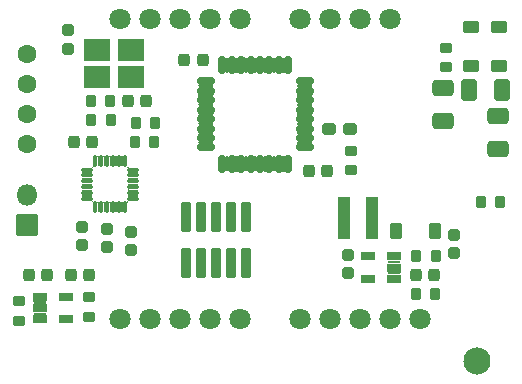
<source format=gbr>
%TF.GenerationSoftware,KiCad,Pcbnew,6.0.6-1.fc35*%
%TF.CreationDate,2022-07-26T21:01:35+02:00*%
%TF.ProjectId,Nixiewatch,4e697869-6577-4617-9463-682e6b696361,rev?*%
%TF.SameCoordinates,Original*%
%TF.FileFunction,Soldermask,Bot*%
%TF.FilePolarity,Negative*%
%FSLAX46Y46*%
G04 Gerber Fmt 4.6, Leading zero omitted, Abs format (unit mm)*
G04 Created by KiCad (PCBNEW 6.0.6-1.fc35) date 2022-07-26 21:01:35*
%MOMM*%
%LPD*%
G01*
G04 APERTURE LIST*
G04 Aperture macros list*
%AMRoundRect*
0 Rectangle with rounded corners*
0 $1 Rounding radius*
0 $2 $3 $4 $5 $6 $7 $8 $9 X,Y pos of 4 corners*
0 Add a 4 corners polygon primitive as box body*
4,1,4,$2,$3,$4,$5,$6,$7,$8,$9,$2,$3,0*
0 Add four circle primitives for the rounded corners*
1,1,$1+$1,$2,$3*
1,1,$1+$1,$4,$5*
1,1,$1+$1,$6,$7*
1,1,$1+$1,$8,$9*
0 Add four rect primitives between the rounded corners*
20,1,$1+$1,$2,$3,$4,$5,0*
20,1,$1+$1,$4,$5,$6,$7,0*
20,1,$1+$1,$6,$7,$8,$9,0*
20,1,$1+$1,$8,$9,$2,$3,0*%
G04 Aperture macros list end*
%ADD10C,1.802000*%
%ADD11C,1.602000*%
%ADD12RoundRect,0.251000X-0.275000X0.200000X-0.275000X-0.200000X0.275000X-0.200000X0.275000X0.200000X0*%
%ADD13RoundRect,0.051000X0.850000X0.850000X-0.850000X0.850000X-0.850000X-0.850000X0.850000X-0.850000X0*%
%ADD14O,1.802000X1.802000*%
%ADD15C,2.302000*%
%ADD16RoundRect,0.276000X-0.225000X-0.250000X0.225000X-0.250000X0.225000X0.250000X-0.225000X0.250000X0*%
%ADD17RoundRect,0.251000X0.275000X-0.200000X0.275000X0.200000X-0.275000X0.200000X-0.275000X-0.200000X0*%
%ADD18RoundRect,0.051000X-0.530000X-0.325000X0.530000X-0.325000X0.530000X0.325000X-0.530000X0.325000X0*%
%ADD19RoundRect,0.276000X-0.250000X0.225000X-0.250000X-0.225000X0.250000X-0.225000X0.250000X0.225000X0*%
%ADD20RoundRect,0.276000X0.225000X0.250000X-0.225000X0.250000X-0.225000X-0.250000X0.225000X-0.250000X0*%
%ADD21RoundRect,0.051000X0.450000X0.600000X-0.450000X0.600000X-0.450000X-0.600000X0.450000X-0.600000X0*%
%ADD22RoundRect,0.051000X-0.490000X-1.700000X0.490000X-1.700000X0.490000X1.700000X-0.490000X1.700000X0*%
%ADD23RoundRect,0.251000X0.200000X0.275000X-0.200000X0.275000X-0.200000X-0.275000X0.200000X-0.275000X0*%
%ADD24RoundRect,0.251000X-0.200000X-0.275000X0.200000X-0.275000X0.200000X0.275000X-0.200000X0.275000X0*%
%ADD25RoundRect,0.051000X0.530000X0.325000X-0.530000X0.325000X-0.530000X-0.325000X0.530000X-0.325000X0*%
%ADD26RoundRect,0.051000X0.370000X-1.200000X0.370000X1.200000X-0.370000X1.200000X-0.370000X-1.200000X0*%
%ADD27RoundRect,0.276000X0.250000X-0.225000X0.250000X0.225000X-0.250000X0.225000X-0.250000X-0.225000X0*%
%ADD28RoundRect,0.288500X0.287500X0.237500X-0.287500X0.237500X-0.287500X-0.237500X0.287500X-0.237500X0*%
%ADD29RoundRect,0.051000X-1.050000X-0.900000X1.050000X-0.900000X1.050000X0.900000X-1.050000X0.900000X0*%
%ADD30RoundRect,0.126000X0.350000X0.075000X-0.350000X0.075000X-0.350000X-0.075000X0.350000X-0.075000X0*%
%ADD31RoundRect,0.126000X0.075000X-0.350000X0.075000X0.350000X-0.075000X0.350000X-0.075000X-0.350000X0*%
%ADD32RoundRect,0.176000X-0.125000X0.625000X-0.125000X-0.625000X0.125000X-0.625000X0.125000X0.625000X0*%
%ADD33RoundRect,0.176000X-0.625000X0.125000X-0.625000X-0.125000X0.625000X-0.125000X0.625000X0.125000X0*%
%ADD34RoundRect,0.051000X-0.600000X0.450000X-0.600000X-0.450000X0.600000X-0.450000X0.600000X0.450000X0*%
%ADD35RoundRect,0.051000X0.600000X-0.450000X0.600000X0.450000X-0.600000X0.450000X-0.600000X-0.450000X0*%
%ADD36RoundRect,0.301000X0.375000X0.625000X-0.375000X0.625000X-0.375000X-0.625000X0.375000X-0.625000X0*%
%ADD37RoundRect,0.301000X-0.625000X0.375000X-0.625000X-0.375000X0.625000X-0.375000X0.625000X0.375000X0*%
G04 APERTURE END LIST*
D10*
%TO.C,IC2*%
X79492001Y-60794000D03*
X82032001Y-60794000D03*
X84572001Y-60794000D03*
X87112001Y-60794000D03*
X89652001Y-60794000D03*
X94732001Y-60794000D03*
X97272001Y-60794000D03*
X99812001Y-60794000D03*
X102352001Y-60794000D03*
X104892001Y-60794000D03*
X102352001Y-35394000D03*
X99812001Y-35394000D03*
X97272001Y-35394000D03*
X94732001Y-35394000D03*
X89652001Y-35394000D03*
X87112001Y-35394000D03*
X84572001Y-35394000D03*
X82032001Y-35394000D03*
X79492001Y-35394000D03*
%TD*%
D11*
%TO.C,TP4*%
X71628000Y-38354000D03*
%TD*%
%TO.C,TP3*%
X71628000Y-45974000D03*
%TD*%
%TO.C,TP2*%
X71628000Y-43434000D03*
%TD*%
%TO.C,TP1*%
X71628000Y-40894000D03*
%TD*%
D12*
%TO.C,R6*%
X70900000Y-59250000D03*
X70900000Y-60900000D03*
%TD*%
D13*
%TO.C,J1*%
X71600000Y-52775000D03*
D14*
X71600000Y-50235000D03*
%TD*%
D15*
%TO.C,H1*%
X109684500Y-64334500D03*
%TD*%
D16*
%TO.C,C8*%
X75295500Y-57040500D03*
X76845500Y-57040500D03*
%TD*%
%TO.C,C9*%
X71739500Y-57040500D03*
X73289500Y-57040500D03*
%TD*%
D17*
%TO.C,R8*%
X76832500Y-60546500D03*
X76832500Y-58896500D03*
%TD*%
D18*
%TO.C,U1*%
X72684500Y-60784500D03*
X72684500Y-59834500D03*
X72684500Y-58884500D03*
X74884500Y-58884500D03*
X74884500Y-60784500D03*
%TD*%
D19*
%TO.C,C10*%
X98800000Y-55325000D03*
X98800000Y-56875000D03*
%TD*%
D20*
%TO.C,C13*%
X106100000Y-57000000D03*
X104550000Y-57000000D03*
%TD*%
D19*
%TO.C,C14*%
X107800000Y-53625000D03*
X107800000Y-55175000D03*
%TD*%
D21*
%TO.C,D5*%
X106150000Y-53300000D03*
X102850000Y-53300000D03*
%TD*%
D22*
%TO.C,L2*%
X98415000Y-52200000D03*
X100785000Y-52200000D03*
%TD*%
D23*
%TO.C,R10*%
X106225000Y-55400000D03*
X104575000Y-55400000D03*
%TD*%
D24*
%TO.C,R11*%
X104500000Y-58600000D03*
X106150000Y-58600000D03*
%TD*%
D25*
%TO.C,U2*%
X102700000Y-55450000D03*
X102700000Y-56400000D03*
X102700000Y-57350000D03*
X100500000Y-57350000D03*
X100500000Y-55450000D03*
%TD*%
D26*
%TO.C,J5*%
X90170000Y-56052000D03*
X90170000Y-52152000D03*
X88900000Y-56052000D03*
X88900000Y-52152000D03*
X87630000Y-56052000D03*
X87630000Y-52152000D03*
X86360000Y-56052000D03*
X86360000Y-52152000D03*
X85090000Y-56052000D03*
X85090000Y-52152000D03*
%TD*%
D19*
%TO.C,C23*%
X76240000Y-52947000D03*
X76240000Y-54497000D03*
%TD*%
D20*
%TO.C,C24*%
X77139000Y-45794000D03*
X75589000Y-45794000D03*
%TD*%
D16*
%TO.C,C20*%
X80125000Y-42300000D03*
X81675000Y-42300000D03*
%TD*%
D27*
%TO.C,C19*%
X75100000Y-37875000D03*
X75100000Y-36325000D03*
%TD*%
D19*
%TO.C,C21*%
X80428000Y-53401000D03*
X80428000Y-54951000D03*
%TD*%
%TO.C,C22*%
X78396000Y-53147000D03*
X78396000Y-54697000D03*
%TD*%
D28*
%TO.C,D6*%
X98919000Y-44704000D03*
X97169000Y-44704000D03*
%TD*%
D17*
%TO.C,R14*%
X99060000Y-48182000D03*
X99060000Y-46532000D03*
%TD*%
D23*
%TO.C,R12*%
X82382000Y-45794000D03*
X80732000Y-45794000D03*
%TD*%
D29*
%TO.C,Y1*%
X77550000Y-37950000D03*
X80450000Y-37950000D03*
X80450000Y-40250000D03*
X77550000Y-40250000D03*
%TD*%
D30*
%TO.C,U5*%
X80600000Y-48100000D03*
X80600000Y-48600000D03*
X80600000Y-49100000D03*
X80600000Y-49600000D03*
X80600000Y-50100000D03*
X80600000Y-50600000D03*
D31*
X79900000Y-51300000D03*
X79400000Y-51300000D03*
X78900000Y-51300000D03*
X78400000Y-51300000D03*
X77900000Y-51300000D03*
X77400000Y-51300000D03*
D30*
X76700000Y-50600000D03*
X76700000Y-50100000D03*
X76700000Y-49600000D03*
X76700000Y-49100000D03*
X76700000Y-48600000D03*
X76700000Y-48100000D03*
D31*
X77400000Y-47400000D03*
X77900000Y-47400000D03*
X78400000Y-47400000D03*
X78900000Y-47400000D03*
X79400000Y-47400000D03*
X79900000Y-47400000D03*
%TD*%
D16*
%TO.C,C15*%
X95491000Y-48260000D03*
X97041000Y-48260000D03*
%TD*%
D20*
%TO.C,C16*%
X86486000Y-38862000D03*
X84936000Y-38862000D03*
%TD*%
D32*
%TO.C,U6*%
X88132000Y-39259000D03*
X88932000Y-39259000D03*
X89732000Y-39259000D03*
X90532000Y-39259000D03*
X91332000Y-39259000D03*
X92132000Y-39259000D03*
X92932000Y-39259000D03*
X93732000Y-39259000D03*
D33*
X95107000Y-40634000D03*
X95107000Y-41434000D03*
X95107000Y-42234000D03*
X95107000Y-43034000D03*
X95107000Y-43834000D03*
X95107000Y-44634000D03*
X95107000Y-45434000D03*
X95107000Y-46234000D03*
D32*
X93732000Y-47609000D03*
X92932000Y-47609000D03*
X92132000Y-47609000D03*
X91332000Y-47609000D03*
X90532000Y-47609000D03*
X89732000Y-47609000D03*
X88932000Y-47609000D03*
X88132000Y-47609000D03*
D33*
X86757000Y-46234000D03*
X86757000Y-45434000D03*
X86757000Y-44634000D03*
X86757000Y-43834000D03*
X86757000Y-43034000D03*
X86757000Y-42234000D03*
X86757000Y-41434000D03*
X86757000Y-40634000D03*
%TD*%
D34*
%TO.C,D2*%
X109200000Y-36050000D03*
X109200000Y-39350000D03*
%TD*%
D35*
%TO.C,D3*%
X111600000Y-39350000D03*
X111600000Y-36050000D03*
%TD*%
D36*
%TO.C,C6*%
X111800000Y-41400000D03*
X109000000Y-41400000D03*
%TD*%
D37*
%TO.C,C7*%
X106800000Y-41200000D03*
X106800000Y-44000000D03*
%TD*%
D23*
%TO.C,R4*%
X111674000Y-50890000D03*
X110024000Y-50890000D03*
%TD*%
D17*
%TO.C,R5*%
X107100000Y-39425000D03*
X107100000Y-37775000D03*
%TD*%
D37*
%TO.C,R3*%
X111500000Y-43600000D03*
X111500000Y-46400000D03*
%TD*%
D23*
%TO.C,R13*%
X82465000Y-44122000D03*
X80815000Y-44122000D03*
%TD*%
D24*
%TO.C,R31*%
X77040000Y-43922000D03*
X78690000Y-43922000D03*
%TD*%
D23*
%TO.C,R32*%
X78640000Y-42322000D03*
X76990000Y-42322000D03*
%TD*%
G36*
X73231168Y-60206165D02*
G01*
X73231558Y-60208127D01*
X73231199Y-60208767D01*
X73188011Y-60260446D01*
X73179380Y-60329161D01*
X73209344Y-60391791D01*
X73230182Y-60409848D01*
X73230836Y-60411738D01*
X73229526Y-60413249D01*
X73228482Y-60413321D01*
X73214301Y-60410500D01*
X72154699Y-60410500D01*
X72139726Y-60413478D01*
X72137832Y-60412835D01*
X72137442Y-60410873D01*
X72137801Y-60410233D01*
X72180989Y-60358554D01*
X72189620Y-60289839D01*
X72159656Y-60227209D01*
X72138818Y-60209152D01*
X72138164Y-60207262D01*
X72139474Y-60205751D01*
X72140518Y-60205679D01*
X72154699Y-60208500D01*
X73214301Y-60208500D01*
X73229274Y-60205522D01*
X73231168Y-60206165D01*
G37*
G36*
X73231168Y-59256165D02*
G01*
X73231558Y-59258127D01*
X73231199Y-59258767D01*
X73188011Y-59310446D01*
X73179380Y-59379161D01*
X73209344Y-59441791D01*
X73230182Y-59459848D01*
X73230836Y-59461738D01*
X73229526Y-59463249D01*
X73228482Y-59463321D01*
X73214301Y-59460500D01*
X72154699Y-59460500D01*
X72139726Y-59463478D01*
X72137832Y-59462835D01*
X72137442Y-59460873D01*
X72137801Y-59460233D01*
X72180989Y-59408554D01*
X72189620Y-59339839D01*
X72159656Y-59277209D01*
X72138818Y-59259152D01*
X72138164Y-59257262D01*
X72139474Y-59255751D01*
X72140518Y-59255679D01*
X72154699Y-59258500D01*
X73214301Y-59258500D01*
X73229274Y-59255522D01*
X73231168Y-59256165D01*
G37*
G36*
X103246668Y-56771665D02*
G01*
X103247058Y-56773627D01*
X103246699Y-56774267D01*
X103203511Y-56825946D01*
X103194880Y-56894661D01*
X103224844Y-56957291D01*
X103245682Y-56975348D01*
X103246336Y-56977238D01*
X103245026Y-56978749D01*
X103243982Y-56978821D01*
X103229801Y-56976000D01*
X102170199Y-56976000D01*
X102155226Y-56978978D01*
X102153332Y-56978335D01*
X102152942Y-56976373D01*
X102153301Y-56975733D01*
X102196489Y-56924054D01*
X102205120Y-56855339D01*
X102175156Y-56792709D01*
X102154318Y-56774652D01*
X102153664Y-56772762D01*
X102154974Y-56771251D01*
X102156018Y-56771179D01*
X102170199Y-56774000D01*
X103229801Y-56774000D01*
X103244774Y-56771022D01*
X103246668Y-56771665D01*
G37*
G36*
X103246668Y-55821665D02*
G01*
X103247058Y-55823627D01*
X103246699Y-55824267D01*
X103203511Y-55875946D01*
X103194880Y-55944661D01*
X103224844Y-56007291D01*
X103245682Y-56025348D01*
X103246336Y-56027238D01*
X103245026Y-56028749D01*
X103243982Y-56028821D01*
X103229801Y-56026000D01*
X102170199Y-56026000D01*
X102155226Y-56028978D01*
X102153332Y-56028335D01*
X102152942Y-56026373D01*
X102153301Y-56025733D01*
X102196489Y-55974054D01*
X102205120Y-55905339D01*
X102175156Y-55842709D01*
X102154318Y-55824652D01*
X102153664Y-55822762D01*
X102154974Y-55821251D01*
X102156018Y-55821179D01*
X102170199Y-55824000D01*
X103229801Y-55824000D01*
X103244774Y-55821022D01*
X103246668Y-55821665D01*
G37*
G36*
X78568693Y-50864460D02*
G01*
X78581425Y-50872967D01*
X78647789Y-50893747D01*
X78718589Y-50872958D01*
X78731307Y-50864460D01*
X78733303Y-50864329D01*
X78734414Y-50865992D01*
X78734081Y-50867234D01*
X78710476Y-50902561D01*
X78701000Y-50950199D01*
X78701000Y-51649801D01*
X78710476Y-51697439D01*
X78734081Y-51732766D01*
X78734212Y-51734762D01*
X78732549Y-51735873D01*
X78731307Y-51735540D01*
X78718575Y-51727033D01*
X78652211Y-51706253D01*
X78581411Y-51727042D01*
X78568693Y-51735540D01*
X78566697Y-51735671D01*
X78565586Y-51734008D01*
X78565919Y-51732766D01*
X78589524Y-51697439D01*
X78599000Y-51649801D01*
X78599000Y-50950199D01*
X78589524Y-50902561D01*
X78565919Y-50867234D01*
X78565788Y-50865238D01*
X78567451Y-50864127D01*
X78568693Y-50864460D01*
G37*
G36*
X77568693Y-50864460D02*
G01*
X77581425Y-50872967D01*
X77647789Y-50893747D01*
X77718589Y-50872958D01*
X77731307Y-50864460D01*
X77733303Y-50864329D01*
X77734414Y-50865992D01*
X77734081Y-50867234D01*
X77710476Y-50902561D01*
X77701000Y-50950199D01*
X77701000Y-51649801D01*
X77710476Y-51697439D01*
X77734081Y-51732766D01*
X77734212Y-51734762D01*
X77732549Y-51735873D01*
X77731307Y-51735540D01*
X77718575Y-51727033D01*
X77652211Y-51706253D01*
X77581411Y-51727042D01*
X77568693Y-51735540D01*
X77566697Y-51735671D01*
X77565586Y-51734008D01*
X77565919Y-51732766D01*
X77589524Y-51697439D01*
X77599000Y-51649801D01*
X77599000Y-50950199D01*
X77589524Y-50902561D01*
X77565919Y-50867234D01*
X77565788Y-50865238D01*
X77567451Y-50864127D01*
X77568693Y-50864460D01*
G37*
G36*
X79068693Y-50864460D02*
G01*
X79081425Y-50872967D01*
X79147789Y-50893747D01*
X79218589Y-50872958D01*
X79231307Y-50864460D01*
X79233303Y-50864329D01*
X79234414Y-50865992D01*
X79234081Y-50867234D01*
X79210476Y-50902561D01*
X79201000Y-50950199D01*
X79201000Y-51649801D01*
X79210476Y-51697439D01*
X79234081Y-51732766D01*
X79234212Y-51734762D01*
X79232549Y-51735873D01*
X79231307Y-51735540D01*
X79218575Y-51727033D01*
X79152211Y-51706253D01*
X79081411Y-51727042D01*
X79068693Y-51735540D01*
X79066697Y-51735671D01*
X79065586Y-51734008D01*
X79065919Y-51732766D01*
X79089524Y-51697439D01*
X79099000Y-51649801D01*
X79099000Y-50950199D01*
X79089524Y-50902561D01*
X79065919Y-50867234D01*
X79065788Y-50865238D01*
X79067451Y-50864127D01*
X79068693Y-50864460D01*
G37*
G36*
X79568693Y-50864460D02*
G01*
X79581425Y-50872967D01*
X79647789Y-50893747D01*
X79718589Y-50872958D01*
X79731307Y-50864460D01*
X79733303Y-50864329D01*
X79734414Y-50865992D01*
X79734081Y-50867234D01*
X79710476Y-50902561D01*
X79701000Y-50950199D01*
X79701000Y-51649801D01*
X79710476Y-51697439D01*
X79734081Y-51732766D01*
X79734212Y-51734762D01*
X79732549Y-51735873D01*
X79731307Y-51735540D01*
X79718575Y-51727033D01*
X79652211Y-51706253D01*
X79581411Y-51727042D01*
X79568693Y-51735540D01*
X79566697Y-51735671D01*
X79565586Y-51734008D01*
X79565919Y-51732766D01*
X79589524Y-51697439D01*
X79599000Y-51649801D01*
X79599000Y-50950199D01*
X79589524Y-50902561D01*
X79565919Y-50867234D01*
X79565788Y-50865238D01*
X79567451Y-50864127D01*
X79568693Y-50864460D01*
G37*
G36*
X78068693Y-50864460D02*
G01*
X78081425Y-50872967D01*
X78147789Y-50893747D01*
X78218589Y-50872958D01*
X78231307Y-50864460D01*
X78233303Y-50864329D01*
X78234414Y-50865992D01*
X78234081Y-50867234D01*
X78210476Y-50902561D01*
X78201000Y-50950199D01*
X78201000Y-51649801D01*
X78210476Y-51697439D01*
X78234081Y-51732766D01*
X78234212Y-51734762D01*
X78232549Y-51735873D01*
X78231307Y-51735540D01*
X78218575Y-51727033D01*
X78152211Y-51706253D01*
X78081411Y-51727042D01*
X78068693Y-51735540D01*
X78066697Y-51735671D01*
X78065586Y-51734008D01*
X78065919Y-51732766D01*
X78089524Y-51697439D01*
X78099000Y-51649801D01*
X78099000Y-50950199D01*
X78089524Y-50902561D01*
X78065919Y-50867234D01*
X78065788Y-50865238D01*
X78067451Y-50864127D01*
X78068693Y-50864460D01*
G37*
G36*
X77174521Y-50687563D02*
G01*
X77175194Y-50688889D01*
X77180659Y-50749963D01*
X77223146Y-50804657D01*
X77288619Y-50827756D01*
X77300053Y-50826939D01*
X77301852Y-50827813D01*
X77301995Y-50829808D01*
X77300586Y-50830896D01*
X77277561Y-50835476D01*
X77237347Y-50862347D01*
X77210476Y-50902561D01*
X77203760Y-50936323D01*
X77202441Y-50937827D01*
X77200479Y-50937437D01*
X77199806Y-50936111D01*
X77194341Y-50875037D01*
X77151854Y-50820343D01*
X77086381Y-50797244D01*
X77074947Y-50798061D01*
X77073148Y-50797187D01*
X77073005Y-50795192D01*
X77074414Y-50794104D01*
X77097439Y-50789524D01*
X77137653Y-50762653D01*
X77164524Y-50722439D01*
X77171240Y-50688677D01*
X77172559Y-50687173D01*
X77174521Y-50687563D01*
G37*
G36*
X80130896Y-50699414D02*
G01*
X80135476Y-50722439D01*
X80162347Y-50762653D01*
X80202561Y-50789524D01*
X80236323Y-50796240D01*
X80237827Y-50797559D01*
X80237437Y-50799521D01*
X80236111Y-50800194D01*
X80175037Y-50805659D01*
X80120343Y-50848146D01*
X80097244Y-50913619D01*
X80098061Y-50925053D01*
X80097187Y-50926852D01*
X80095192Y-50926995D01*
X80094104Y-50925586D01*
X80089524Y-50902561D01*
X80062653Y-50862347D01*
X80022439Y-50835476D01*
X79988677Y-50828760D01*
X79987173Y-50827441D01*
X79987563Y-50825479D01*
X79988889Y-50824806D01*
X80049963Y-50819341D01*
X80104657Y-50776854D01*
X80127756Y-50711381D01*
X80126939Y-50699947D01*
X80127813Y-50698148D01*
X80129808Y-50698005D01*
X80130896Y-50699414D01*
G37*
G36*
X80167234Y-50265919D02*
G01*
X80202561Y-50289524D01*
X80250199Y-50299000D01*
X80949801Y-50299000D01*
X80997439Y-50289524D01*
X81032766Y-50265919D01*
X81034762Y-50265788D01*
X81035873Y-50267451D01*
X81035540Y-50268693D01*
X81027033Y-50281425D01*
X81006253Y-50347789D01*
X81027042Y-50418589D01*
X81035540Y-50431307D01*
X81035671Y-50433303D01*
X81034008Y-50434414D01*
X81032766Y-50434081D01*
X80997439Y-50410476D01*
X80949801Y-50401000D01*
X80250199Y-50401000D01*
X80202561Y-50410476D01*
X80167234Y-50434081D01*
X80165238Y-50434212D01*
X80164127Y-50432549D01*
X80164460Y-50431307D01*
X80172967Y-50418575D01*
X80193747Y-50352211D01*
X80172958Y-50281411D01*
X80164460Y-50268693D01*
X80164329Y-50266697D01*
X80165992Y-50265586D01*
X80167234Y-50265919D01*
G37*
G36*
X76267234Y-50265919D02*
G01*
X76302561Y-50289524D01*
X76350199Y-50299000D01*
X77049801Y-50299000D01*
X77097439Y-50289524D01*
X77132766Y-50265919D01*
X77134762Y-50265788D01*
X77135873Y-50267451D01*
X77135540Y-50268693D01*
X77127033Y-50281425D01*
X77106253Y-50347789D01*
X77127042Y-50418589D01*
X77135540Y-50431307D01*
X77135671Y-50433303D01*
X77134008Y-50434414D01*
X77132766Y-50434081D01*
X77097439Y-50410476D01*
X77049801Y-50401000D01*
X76350199Y-50401000D01*
X76302561Y-50410476D01*
X76267234Y-50434081D01*
X76265238Y-50434212D01*
X76264127Y-50432549D01*
X76264460Y-50431307D01*
X76272967Y-50418575D01*
X76293747Y-50352211D01*
X76272958Y-50281411D01*
X76264460Y-50268693D01*
X76264329Y-50266697D01*
X76265992Y-50265586D01*
X76267234Y-50265919D01*
G37*
G36*
X80167234Y-49765919D02*
G01*
X80202561Y-49789524D01*
X80250199Y-49799000D01*
X80949801Y-49799000D01*
X80997439Y-49789524D01*
X81032766Y-49765919D01*
X81034762Y-49765788D01*
X81035873Y-49767451D01*
X81035540Y-49768693D01*
X81027033Y-49781425D01*
X81006253Y-49847789D01*
X81027042Y-49918589D01*
X81035540Y-49931307D01*
X81035671Y-49933303D01*
X81034008Y-49934414D01*
X81032766Y-49934081D01*
X80997439Y-49910476D01*
X80949801Y-49901000D01*
X80250199Y-49901000D01*
X80202561Y-49910476D01*
X80167234Y-49934081D01*
X80165238Y-49934212D01*
X80164127Y-49932549D01*
X80164460Y-49931307D01*
X80172967Y-49918575D01*
X80193747Y-49852211D01*
X80172958Y-49781411D01*
X80164460Y-49768693D01*
X80164329Y-49766697D01*
X80165992Y-49765586D01*
X80167234Y-49765919D01*
G37*
G36*
X76267234Y-49765919D02*
G01*
X76302561Y-49789524D01*
X76350199Y-49799000D01*
X77049801Y-49799000D01*
X77097439Y-49789524D01*
X77132766Y-49765919D01*
X77134762Y-49765788D01*
X77135873Y-49767451D01*
X77135540Y-49768693D01*
X77127033Y-49781425D01*
X77106253Y-49847789D01*
X77127042Y-49918589D01*
X77135540Y-49931307D01*
X77135671Y-49933303D01*
X77134008Y-49934414D01*
X77132766Y-49934081D01*
X77097439Y-49910476D01*
X77049801Y-49901000D01*
X76350199Y-49901000D01*
X76302561Y-49910476D01*
X76267234Y-49934081D01*
X76265238Y-49934212D01*
X76264127Y-49932549D01*
X76264460Y-49931307D01*
X76272967Y-49918575D01*
X76293747Y-49852211D01*
X76272958Y-49781411D01*
X76264460Y-49768693D01*
X76264329Y-49766697D01*
X76265992Y-49765586D01*
X76267234Y-49765919D01*
G37*
G36*
X76267234Y-49265919D02*
G01*
X76302561Y-49289524D01*
X76350199Y-49299000D01*
X77049801Y-49299000D01*
X77097439Y-49289524D01*
X77132766Y-49265919D01*
X77134762Y-49265788D01*
X77135873Y-49267451D01*
X77135540Y-49268693D01*
X77127033Y-49281425D01*
X77106253Y-49347789D01*
X77127042Y-49418589D01*
X77135540Y-49431307D01*
X77135671Y-49433303D01*
X77134008Y-49434414D01*
X77132766Y-49434081D01*
X77097439Y-49410476D01*
X77049801Y-49401000D01*
X76350199Y-49401000D01*
X76302561Y-49410476D01*
X76267234Y-49434081D01*
X76265238Y-49434212D01*
X76264127Y-49432549D01*
X76264460Y-49431307D01*
X76272967Y-49418575D01*
X76293747Y-49352211D01*
X76272958Y-49281411D01*
X76264460Y-49268693D01*
X76264329Y-49266697D01*
X76265992Y-49265586D01*
X76267234Y-49265919D01*
G37*
G36*
X80167234Y-49265919D02*
G01*
X80202561Y-49289524D01*
X80250199Y-49299000D01*
X80949801Y-49299000D01*
X80997439Y-49289524D01*
X81032766Y-49265919D01*
X81034762Y-49265788D01*
X81035873Y-49267451D01*
X81035540Y-49268693D01*
X81027033Y-49281425D01*
X81006253Y-49347789D01*
X81027042Y-49418589D01*
X81035540Y-49431307D01*
X81035671Y-49433303D01*
X81034008Y-49434414D01*
X81032766Y-49434081D01*
X80997439Y-49410476D01*
X80949801Y-49401000D01*
X80250199Y-49401000D01*
X80202561Y-49410476D01*
X80167234Y-49434081D01*
X80165238Y-49434212D01*
X80164127Y-49432549D01*
X80164460Y-49431307D01*
X80172967Y-49418575D01*
X80193747Y-49352211D01*
X80172958Y-49281411D01*
X80164460Y-49268693D01*
X80164329Y-49266697D01*
X80165992Y-49265586D01*
X80167234Y-49265919D01*
G37*
G36*
X80167234Y-48765919D02*
G01*
X80202561Y-48789524D01*
X80250199Y-48799000D01*
X80949801Y-48799000D01*
X80997439Y-48789524D01*
X81032766Y-48765919D01*
X81034762Y-48765788D01*
X81035873Y-48767451D01*
X81035540Y-48768693D01*
X81027033Y-48781425D01*
X81006253Y-48847789D01*
X81027042Y-48918589D01*
X81035540Y-48931307D01*
X81035671Y-48933303D01*
X81034008Y-48934414D01*
X81032766Y-48934081D01*
X80997439Y-48910476D01*
X80949801Y-48901000D01*
X80250199Y-48901000D01*
X80202561Y-48910476D01*
X80167234Y-48934081D01*
X80165238Y-48934212D01*
X80164127Y-48932549D01*
X80164460Y-48931307D01*
X80172967Y-48918575D01*
X80193747Y-48852211D01*
X80172958Y-48781411D01*
X80164460Y-48768693D01*
X80164329Y-48766697D01*
X80165992Y-48765586D01*
X80167234Y-48765919D01*
G37*
G36*
X76267234Y-48765919D02*
G01*
X76302561Y-48789524D01*
X76350199Y-48799000D01*
X77049801Y-48799000D01*
X77097439Y-48789524D01*
X77132766Y-48765919D01*
X77134762Y-48765788D01*
X77135873Y-48767451D01*
X77135540Y-48768693D01*
X77127033Y-48781425D01*
X77106253Y-48847789D01*
X77127042Y-48918589D01*
X77135540Y-48931307D01*
X77135671Y-48933303D01*
X77134008Y-48934414D01*
X77132766Y-48934081D01*
X77097439Y-48910476D01*
X77049801Y-48901000D01*
X76350199Y-48901000D01*
X76302561Y-48910476D01*
X76267234Y-48934081D01*
X76265238Y-48934212D01*
X76264127Y-48932549D01*
X76264460Y-48931307D01*
X76272967Y-48918575D01*
X76293747Y-48852211D01*
X76272958Y-48781411D01*
X76264460Y-48768693D01*
X76264329Y-48766697D01*
X76265992Y-48765586D01*
X76267234Y-48765919D01*
G37*
G36*
X80167234Y-48265919D02*
G01*
X80202561Y-48289524D01*
X80250199Y-48299000D01*
X80949801Y-48299000D01*
X80997439Y-48289524D01*
X81032766Y-48265919D01*
X81034762Y-48265788D01*
X81035873Y-48267451D01*
X81035540Y-48268693D01*
X81027033Y-48281425D01*
X81006253Y-48347789D01*
X81027042Y-48418589D01*
X81035540Y-48431307D01*
X81035671Y-48433303D01*
X81034008Y-48434414D01*
X81032766Y-48434081D01*
X80997439Y-48410476D01*
X80949801Y-48401000D01*
X80250199Y-48401000D01*
X80202561Y-48410476D01*
X80167234Y-48434081D01*
X80165238Y-48434212D01*
X80164127Y-48432549D01*
X80164460Y-48431307D01*
X80172967Y-48418575D01*
X80193747Y-48352211D01*
X80172958Y-48281411D01*
X80164460Y-48268693D01*
X80164329Y-48266697D01*
X80165992Y-48265586D01*
X80167234Y-48265919D01*
G37*
G36*
X76267234Y-48265919D02*
G01*
X76302561Y-48289524D01*
X76350199Y-48299000D01*
X77049801Y-48299000D01*
X77097439Y-48289524D01*
X77132766Y-48265919D01*
X77134762Y-48265788D01*
X77135873Y-48267451D01*
X77135540Y-48268693D01*
X77127033Y-48281425D01*
X77106253Y-48347789D01*
X77127042Y-48418589D01*
X77135540Y-48431307D01*
X77135671Y-48433303D01*
X77134008Y-48434414D01*
X77132766Y-48434081D01*
X77097439Y-48410476D01*
X77049801Y-48401000D01*
X76350199Y-48401000D01*
X76302561Y-48410476D01*
X76267234Y-48434081D01*
X76265238Y-48434212D01*
X76264127Y-48432549D01*
X76264460Y-48431307D01*
X76272967Y-48418575D01*
X76293747Y-48352211D01*
X76272958Y-48281411D01*
X76264460Y-48268693D01*
X76264329Y-48266697D01*
X76265992Y-48265586D01*
X76267234Y-48265919D01*
G37*
G36*
X88643620Y-46929394D02*
G01*
X88643693Y-46930440D01*
X88633000Y-46984199D01*
X88633000Y-48233801D01*
X88643648Y-48287334D01*
X88643005Y-48289228D01*
X88641043Y-48289618D01*
X88640161Y-48289018D01*
X88599512Y-48241110D01*
X88533266Y-48220908D01*
X88466625Y-48239726D01*
X88423782Y-48289258D01*
X88421892Y-48289914D01*
X88420380Y-48288606D01*
X88420307Y-48287560D01*
X88431000Y-48233801D01*
X88431000Y-46984199D01*
X88420352Y-46930666D01*
X88420995Y-46928772D01*
X88422957Y-46928382D01*
X88423839Y-46928982D01*
X88464488Y-46976890D01*
X88530734Y-46997092D01*
X88597375Y-46978274D01*
X88640218Y-46928742D01*
X88642108Y-46928086D01*
X88643620Y-46929394D01*
G37*
G36*
X93443620Y-46929394D02*
G01*
X93443693Y-46930440D01*
X93433000Y-46984199D01*
X93433000Y-48233801D01*
X93443648Y-48287334D01*
X93443005Y-48289228D01*
X93441043Y-48289618D01*
X93440161Y-48289018D01*
X93399512Y-48241110D01*
X93333266Y-48220908D01*
X93266625Y-48239726D01*
X93223782Y-48289258D01*
X93221892Y-48289914D01*
X93220380Y-48288606D01*
X93220307Y-48287560D01*
X93231000Y-48233801D01*
X93231000Y-46984199D01*
X93220352Y-46930666D01*
X93220995Y-46928772D01*
X93222957Y-46928382D01*
X93223839Y-46928982D01*
X93264488Y-46976890D01*
X93330734Y-46997092D01*
X93397375Y-46978274D01*
X93440218Y-46928742D01*
X93442108Y-46928086D01*
X93443620Y-46929394D01*
G37*
G36*
X89443620Y-46929394D02*
G01*
X89443693Y-46930440D01*
X89433000Y-46984199D01*
X89433000Y-48233801D01*
X89443648Y-48287334D01*
X89443005Y-48289228D01*
X89441043Y-48289618D01*
X89440161Y-48289018D01*
X89399512Y-48241110D01*
X89333266Y-48220908D01*
X89266625Y-48239726D01*
X89223782Y-48289258D01*
X89221892Y-48289914D01*
X89220380Y-48288606D01*
X89220307Y-48287560D01*
X89231000Y-48233801D01*
X89231000Y-46984199D01*
X89220352Y-46930666D01*
X89220995Y-46928772D01*
X89222957Y-46928382D01*
X89223839Y-46928982D01*
X89264488Y-46976890D01*
X89330734Y-46997092D01*
X89397375Y-46978274D01*
X89440218Y-46928742D01*
X89442108Y-46928086D01*
X89443620Y-46929394D01*
G37*
G36*
X92643620Y-46929394D02*
G01*
X92643693Y-46930440D01*
X92633000Y-46984199D01*
X92633000Y-48233801D01*
X92643648Y-48287334D01*
X92643005Y-48289228D01*
X92641043Y-48289618D01*
X92640161Y-48289018D01*
X92599512Y-48241110D01*
X92533266Y-48220908D01*
X92466625Y-48239726D01*
X92423782Y-48289258D01*
X92421892Y-48289914D01*
X92420380Y-48288606D01*
X92420307Y-48287560D01*
X92431000Y-48233801D01*
X92431000Y-46984199D01*
X92420352Y-46930666D01*
X92420995Y-46928772D01*
X92422957Y-46928382D01*
X92423839Y-46928982D01*
X92464488Y-46976890D01*
X92530734Y-46997092D01*
X92597375Y-46978274D01*
X92640218Y-46928742D01*
X92642108Y-46928086D01*
X92643620Y-46929394D01*
G37*
G36*
X90243620Y-46929394D02*
G01*
X90243693Y-46930440D01*
X90233000Y-46984199D01*
X90233000Y-48233801D01*
X90243648Y-48287334D01*
X90243005Y-48289228D01*
X90241043Y-48289618D01*
X90240161Y-48289018D01*
X90199512Y-48241110D01*
X90133266Y-48220908D01*
X90066625Y-48239726D01*
X90023782Y-48289258D01*
X90021892Y-48289914D01*
X90020380Y-48288606D01*
X90020307Y-48287560D01*
X90031000Y-48233801D01*
X90031000Y-46984199D01*
X90020352Y-46930666D01*
X90020995Y-46928772D01*
X90022957Y-46928382D01*
X90023839Y-46928982D01*
X90064488Y-46976890D01*
X90130734Y-46997092D01*
X90197375Y-46978274D01*
X90240218Y-46928742D01*
X90242108Y-46928086D01*
X90243620Y-46929394D01*
G37*
G36*
X91843620Y-46929394D02*
G01*
X91843693Y-46930440D01*
X91833000Y-46984199D01*
X91833000Y-48233801D01*
X91843648Y-48287334D01*
X91843005Y-48289228D01*
X91841043Y-48289618D01*
X91840161Y-48289018D01*
X91799512Y-48241110D01*
X91733266Y-48220908D01*
X91666625Y-48239726D01*
X91623782Y-48289258D01*
X91621892Y-48289914D01*
X91620380Y-48288606D01*
X91620307Y-48287560D01*
X91631000Y-48233801D01*
X91631000Y-46984199D01*
X91620352Y-46930666D01*
X91620995Y-46928772D01*
X91622957Y-46928382D01*
X91623839Y-46928982D01*
X91664488Y-46976890D01*
X91730734Y-46997092D01*
X91797375Y-46978274D01*
X91840218Y-46928742D01*
X91842108Y-46928086D01*
X91843620Y-46929394D01*
G37*
G36*
X91043620Y-46929394D02*
G01*
X91043693Y-46930440D01*
X91033000Y-46984199D01*
X91033000Y-48233801D01*
X91043648Y-48287334D01*
X91043005Y-48289228D01*
X91041043Y-48289618D01*
X91040161Y-48289018D01*
X90999512Y-48241110D01*
X90933266Y-48220908D01*
X90866625Y-48239726D01*
X90823782Y-48289258D01*
X90821892Y-48289914D01*
X90820380Y-48288606D01*
X90820307Y-48287560D01*
X90831000Y-48233801D01*
X90831000Y-46984199D01*
X90820352Y-46930666D01*
X90820995Y-46928772D01*
X90822957Y-46928382D01*
X90823839Y-46928982D01*
X90864488Y-46976890D01*
X90930734Y-46997092D01*
X90997375Y-46978274D01*
X91040218Y-46928742D01*
X91042108Y-46928086D01*
X91043620Y-46929394D01*
G37*
G36*
X80099521Y-47762563D02*
G01*
X80100194Y-47763889D01*
X80105659Y-47824963D01*
X80148146Y-47879657D01*
X80213619Y-47902756D01*
X80225053Y-47901939D01*
X80226852Y-47902813D01*
X80226995Y-47904808D01*
X80225586Y-47905896D01*
X80202561Y-47910476D01*
X80162347Y-47937347D01*
X80135476Y-47977561D01*
X80128760Y-48011323D01*
X80127441Y-48012827D01*
X80125479Y-48012437D01*
X80124806Y-48011111D01*
X80119341Y-47950037D01*
X80076854Y-47895343D01*
X80011381Y-47872244D01*
X79999947Y-47873061D01*
X79998148Y-47872187D01*
X79998005Y-47870192D01*
X79999414Y-47869104D01*
X80022439Y-47864524D01*
X80062653Y-47837653D01*
X80089524Y-47797439D01*
X80096240Y-47763677D01*
X80097559Y-47762173D01*
X80099521Y-47762563D01*
G37*
G36*
X77205896Y-47774414D02*
G01*
X77210476Y-47797439D01*
X77237347Y-47837653D01*
X77277561Y-47864524D01*
X77311323Y-47871240D01*
X77312827Y-47872559D01*
X77312437Y-47874521D01*
X77311111Y-47875194D01*
X77250037Y-47880659D01*
X77195343Y-47923146D01*
X77172244Y-47988619D01*
X77173061Y-48000053D01*
X77172187Y-48001852D01*
X77170192Y-48001995D01*
X77169104Y-48000586D01*
X77164524Y-47977561D01*
X77137653Y-47937347D01*
X77097439Y-47910476D01*
X77063677Y-47903760D01*
X77062173Y-47902441D01*
X77062563Y-47900479D01*
X77063889Y-47899806D01*
X77124963Y-47894341D01*
X77179657Y-47851854D01*
X77202756Y-47786381D01*
X77201939Y-47774947D01*
X77202813Y-47773148D01*
X77204808Y-47773005D01*
X77205896Y-47774414D01*
G37*
G36*
X78068693Y-46964460D02*
G01*
X78081425Y-46972967D01*
X78147789Y-46993747D01*
X78218589Y-46972958D01*
X78231307Y-46964460D01*
X78233303Y-46964329D01*
X78234414Y-46965992D01*
X78234081Y-46967234D01*
X78210476Y-47002561D01*
X78201000Y-47050199D01*
X78201000Y-47749801D01*
X78210476Y-47797439D01*
X78234081Y-47832766D01*
X78234212Y-47834762D01*
X78232549Y-47835873D01*
X78231307Y-47835540D01*
X78218575Y-47827033D01*
X78152211Y-47806253D01*
X78081411Y-47827042D01*
X78068693Y-47835540D01*
X78066697Y-47835671D01*
X78065586Y-47834008D01*
X78065919Y-47832766D01*
X78089524Y-47797439D01*
X78099000Y-47749801D01*
X78099000Y-47050199D01*
X78089524Y-47002561D01*
X78065919Y-46967234D01*
X78065788Y-46965238D01*
X78067451Y-46964127D01*
X78068693Y-46964460D01*
G37*
G36*
X78568693Y-46964460D02*
G01*
X78581425Y-46972967D01*
X78647789Y-46993747D01*
X78718589Y-46972958D01*
X78731307Y-46964460D01*
X78733303Y-46964329D01*
X78734414Y-46965992D01*
X78734081Y-46967234D01*
X78710476Y-47002561D01*
X78701000Y-47050199D01*
X78701000Y-47749801D01*
X78710476Y-47797439D01*
X78734081Y-47832766D01*
X78734212Y-47834762D01*
X78732549Y-47835873D01*
X78731307Y-47835540D01*
X78718575Y-47827033D01*
X78652211Y-47806253D01*
X78581411Y-47827042D01*
X78568693Y-47835540D01*
X78566697Y-47835671D01*
X78565586Y-47834008D01*
X78565919Y-47832766D01*
X78589524Y-47797439D01*
X78599000Y-47749801D01*
X78599000Y-47050199D01*
X78589524Y-47002561D01*
X78565919Y-46967234D01*
X78565788Y-46965238D01*
X78567451Y-46964127D01*
X78568693Y-46964460D01*
G37*
G36*
X79568693Y-46964460D02*
G01*
X79581425Y-46972967D01*
X79647789Y-46993747D01*
X79718589Y-46972958D01*
X79731307Y-46964460D01*
X79733303Y-46964329D01*
X79734414Y-46965992D01*
X79734081Y-46967234D01*
X79710476Y-47002561D01*
X79701000Y-47050199D01*
X79701000Y-47749801D01*
X79710476Y-47797439D01*
X79734081Y-47832766D01*
X79734212Y-47834762D01*
X79732549Y-47835873D01*
X79731307Y-47835540D01*
X79718575Y-47827033D01*
X79652211Y-47806253D01*
X79581411Y-47827042D01*
X79568693Y-47835540D01*
X79566697Y-47835671D01*
X79565586Y-47834008D01*
X79565919Y-47832766D01*
X79589524Y-47797439D01*
X79599000Y-47749801D01*
X79599000Y-47050199D01*
X79589524Y-47002561D01*
X79565919Y-46967234D01*
X79565788Y-46965238D01*
X79567451Y-46964127D01*
X79568693Y-46964460D01*
G37*
G36*
X79068693Y-46964460D02*
G01*
X79081425Y-46972967D01*
X79147789Y-46993747D01*
X79218589Y-46972958D01*
X79231307Y-46964460D01*
X79233303Y-46964329D01*
X79234414Y-46965992D01*
X79234081Y-46967234D01*
X79210476Y-47002561D01*
X79201000Y-47050199D01*
X79201000Y-47749801D01*
X79210476Y-47797439D01*
X79234081Y-47832766D01*
X79234212Y-47834762D01*
X79232549Y-47835873D01*
X79231307Y-47835540D01*
X79218575Y-47827033D01*
X79152211Y-47806253D01*
X79081411Y-47827042D01*
X79068693Y-47835540D01*
X79066697Y-47835671D01*
X79065586Y-47834008D01*
X79065919Y-47832766D01*
X79089524Y-47797439D01*
X79099000Y-47749801D01*
X79099000Y-47050199D01*
X79089524Y-47002561D01*
X79065919Y-46967234D01*
X79065788Y-46965238D01*
X79067451Y-46964127D01*
X79068693Y-46964460D01*
G37*
G36*
X77568693Y-46964460D02*
G01*
X77581425Y-46972967D01*
X77647789Y-46993747D01*
X77718589Y-46972958D01*
X77731307Y-46964460D01*
X77733303Y-46964329D01*
X77734414Y-46965992D01*
X77734081Y-46967234D01*
X77710476Y-47002561D01*
X77701000Y-47050199D01*
X77701000Y-47749801D01*
X77710476Y-47797439D01*
X77734081Y-47832766D01*
X77734212Y-47834762D01*
X77732549Y-47835873D01*
X77731307Y-47835540D01*
X77718575Y-47827033D01*
X77652211Y-47806253D01*
X77581411Y-47827042D01*
X77568693Y-47835540D01*
X77566697Y-47835671D01*
X77565586Y-47834008D01*
X77565919Y-47832766D01*
X77589524Y-47797439D01*
X77599000Y-47749801D01*
X77599000Y-47050199D01*
X77589524Y-47002561D01*
X77565919Y-46967234D01*
X77565788Y-46965238D01*
X77567451Y-46964127D01*
X77568693Y-46964460D01*
G37*
G36*
X86132199Y-45733000D02*
G01*
X87381801Y-45733000D01*
X87435334Y-45722352D01*
X87437228Y-45722995D01*
X87437618Y-45724957D01*
X87437018Y-45725839D01*
X87389110Y-45766488D01*
X87368908Y-45832734D01*
X87387726Y-45899375D01*
X87437258Y-45942218D01*
X87437914Y-45944108D01*
X87436606Y-45945620D01*
X87435560Y-45945693D01*
X87381801Y-45935000D01*
X86132199Y-45935000D01*
X86078666Y-45945648D01*
X86076772Y-45945005D01*
X86076382Y-45943043D01*
X86076982Y-45942161D01*
X86124890Y-45901512D01*
X86145092Y-45835266D01*
X86126274Y-45768625D01*
X86076742Y-45725782D01*
X86076086Y-45723892D01*
X86077394Y-45722380D01*
X86078440Y-45722307D01*
X86132199Y-45733000D01*
G37*
G36*
X94482199Y-45733000D02*
G01*
X95731801Y-45733000D01*
X95785334Y-45722352D01*
X95787228Y-45722995D01*
X95787618Y-45724957D01*
X95787018Y-45725839D01*
X95739110Y-45766488D01*
X95718908Y-45832734D01*
X95737726Y-45899375D01*
X95787258Y-45942218D01*
X95787914Y-45944108D01*
X95786606Y-45945620D01*
X95785560Y-45945693D01*
X95731801Y-45935000D01*
X94482199Y-45935000D01*
X94428666Y-45945648D01*
X94426772Y-45945005D01*
X94426382Y-45943043D01*
X94426982Y-45942161D01*
X94474890Y-45901512D01*
X94495092Y-45835266D01*
X94476274Y-45768625D01*
X94426742Y-45725782D01*
X94426086Y-45723892D01*
X94427394Y-45722380D01*
X94428440Y-45722307D01*
X94482199Y-45733000D01*
G37*
G36*
X86132199Y-44933000D02*
G01*
X87381801Y-44933000D01*
X87435334Y-44922352D01*
X87437228Y-44922995D01*
X87437618Y-44924957D01*
X87437018Y-44925839D01*
X87389110Y-44966488D01*
X87368908Y-45032734D01*
X87387726Y-45099375D01*
X87437258Y-45142218D01*
X87437914Y-45144108D01*
X87436606Y-45145620D01*
X87435560Y-45145693D01*
X87381801Y-45135000D01*
X86132199Y-45135000D01*
X86078666Y-45145648D01*
X86076772Y-45145005D01*
X86076382Y-45143043D01*
X86076982Y-45142161D01*
X86124890Y-45101512D01*
X86145092Y-45035266D01*
X86126274Y-44968625D01*
X86076742Y-44925782D01*
X86076086Y-44923892D01*
X86077394Y-44922380D01*
X86078440Y-44922307D01*
X86132199Y-44933000D01*
G37*
G36*
X94482199Y-44933000D02*
G01*
X95731801Y-44933000D01*
X95785334Y-44922352D01*
X95787228Y-44922995D01*
X95787618Y-44924957D01*
X95787018Y-44925839D01*
X95739110Y-44966488D01*
X95718908Y-45032734D01*
X95737726Y-45099375D01*
X95787258Y-45142218D01*
X95787914Y-45144108D01*
X95786606Y-45145620D01*
X95785560Y-45145693D01*
X95731801Y-45135000D01*
X94482199Y-45135000D01*
X94428666Y-45145648D01*
X94426772Y-45145005D01*
X94426382Y-45143043D01*
X94426982Y-45142161D01*
X94474890Y-45101512D01*
X94495092Y-45035266D01*
X94476274Y-44968625D01*
X94426742Y-44925782D01*
X94426086Y-44923892D01*
X94427394Y-44922380D01*
X94428440Y-44922307D01*
X94482199Y-44933000D01*
G37*
G36*
X94482199Y-44133000D02*
G01*
X95731801Y-44133000D01*
X95785334Y-44122352D01*
X95787228Y-44122995D01*
X95787618Y-44124957D01*
X95787018Y-44125839D01*
X95739110Y-44166488D01*
X95718908Y-44232734D01*
X95737726Y-44299375D01*
X95787258Y-44342218D01*
X95787914Y-44344108D01*
X95786606Y-44345620D01*
X95785560Y-44345693D01*
X95731801Y-44335000D01*
X94482199Y-44335000D01*
X94428666Y-44345648D01*
X94426772Y-44345005D01*
X94426382Y-44343043D01*
X94426982Y-44342161D01*
X94474890Y-44301512D01*
X94495092Y-44235266D01*
X94476274Y-44168625D01*
X94426742Y-44125782D01*
X94426086Y-44123892D01*
X94427394Y-44122380D01*
X94428440Y-44122307D01*
X94482199Y-44133000D01*
G37*
G36*
X86132199Y-44133000D02*
G01*
X87381801Y-44133000D01*
X87435334Y-44122352D01*
X87437228Y-44122995D01*
X87437618Y-44124957D01*
X87437018Y-44125839D01*
X87389110Y-44166488D01*
X87368908Y-44232734D01*
X87387726Y-44299375D01*
X87437258Y-44342218D01*
X87437914Y-44344108D01*
X87436606Y-44345620D01*
X87435560Y-44345693D01*
X87381801Y-44335000D01*
X86132199Y-44335000D01*
X86078666Y-44345648D01*
X86076772Y-44345005D01*
X86076382Y-44343043D01*
X86076982Y-44342161D01*
X86124890Y-44301512D01*
X86145092Y-44235266D01*
X86126274Y-44168625D01*
X86076742Y-44125782D01*
X86076086Y-44123892D01*
X86077394Y-44122380D01*
X86078440Y-44122307D01*
X86132199Y-44133000D01*
G37*
G36*
X86132199Y-43333000D02*
G01*
X87381801Y-43333000D01*
X87435334Y-43322352D01*
X87437228Y-43322995D01*
X87437618Y-43324957D01*
X87437018Y-43325839D01*
X87389110Y-43366488D01*
X87368908Y-43432734D01*
X87387726Y-43499375D01*
X87437258Y-43542218D01*
X87437914Y-43544108D01*
X87436606Y-43545620D01*
X87435560Y-43545693D01*
X87381801Y-43535000D01*
X86132199Y-43535000D01*
X86078666Y-43545648D01*
X86076772Y-43545005D01*
X86076382Y-43543043D01*
X86076982Y-43542161D01*
X86124890Y-43501512D01*
X86145092Y-43435266D01*
X86126274Y-43368625D01*
X86076742Y-43325782D01*
X86076086Y-43323892D01*
X86077394Y-43322380D01*
X86078440Y-43322307D01*
X86132199Y-43333000D01*
G37*
G36*
X94482199Y-43333000D02*
G01*
X95731801Y-43333000D01*
X95785334Y-43322352D01*
X95787228Y-43322995D01*
X95787618Y-43324957D01*
X95787018Y-43325839D01*
X95739110Y-43366488D01*
X95718908Y-43432734D01*
X95737726Y-43499375D01*
X95787258Y-43542218D01*
X95787914Y-43544108D01*
X95786606Y-43545620D01*
X95785560Y-43545693D01*
X95731801Y-43535000D01*
X94482199Y-43535000D01*
X94428666Y-43545648D01*
X94426772Y-43545005D01*
X94426382Y-43543043D01*
X94426982Y-43542161D01*
X94474890Y-43501512D01*
X94495092Y-43435266D01*
X94476274Y-43368625D01*
X94426742Y-43325782D01*
X94426086Y-43323892D01*
X94427394Y-43322380D01*
X94428440Y-43322307D01*
X94482199Y-43333000D01*
G37*
G36*
X94482199Y-42533000D02*
G01*
X95731801Y-42533000D01*
X95785334Y-42522352D01*
X95787228Y-42522995D01*
X95787618Y-42524957D01*
X95787018Y-42525839D01*
X95739110Y-42566488D01*
X95718908Y-42632734D01*
X95737726Y-42699375D01*
X95787258Y-42742218D01*
X95787914Y-42744108D01*
X95786606Y-42745620D01*
X95785560Y-42745693D01*
X95731801Y-42735000D01*
X94482199Y-42735000D01*
X94428666Y-42745648D01*
X94426772Y-42745005D01*
X94426382Y-42743043D01*
X94426982Y-42742161D01*
X94474890Y-42701512D01*
X94495092Y-42635266D01*
X94476274Y-42568625D01*
X94426742Y-42525782D01*
X94426086Y-42523892D01*
X94427394Y-42522380D01*
X94428440Y-42522307D01*
X94482199Y-42533000D01*
G37*
G36*
X86132199Y-42533000D02*
G01*
X87381801Y-42533000D01*
X87435334Y-42522352D01*
X87437228Y-42522995D01*
X87437618Y-42524957D01*
X87437018Y-42525839D01*
X87389110Y-42566488D01*
X87368908Y-42632734D01*
X87387726Y-42699375D01*
X87437258Y-42742218D01*
X87437914Y-42744108D01*
X87436606Y-42745620D01*
X87435560Y-42745693D01*
X87381801Y-42735000D01*
X86132199Y-42735000D01*
X86078666Y-42745648D01*
X86076772Y-42745005D01*
X86076382Y-42743043D01*
X86076982Y-42742161D01*
X86124890Y-42701512D01*
X86145092Y-42635266D01*
X86126274Y-42568625D01*
X86076742Y-42525782D01*
X86076086Y-42523892D01*
X86077394Y-42522380D01*
X86078440Y-42522307D01*
X86132199Y-42533000D01*
G37*
G36*
X86132199Y-41733000D02*
G01*
X87381801Y-41733000D01*
X87435334Y-41722352D01*
X87437228Y-41722995D01*
X87437618Y-41724957D01*
X87437018Y-41725839D01*
X87389110Y-41766488D01*
X87368908Y-41832734D01*
X87387726Y-41899375D01*
X87437258Y-41942218D01*
X87437914Y-41944108D01*
X87436606Y-41945620D01*
X87435560Y-41945693D01*
X87381801Y-41935000D01*
X86132199Y-41935000D01*
X86078666Y-41945648D01*
X86076772Y-41945005D01*
X86076382Y-41943043D01*
X86076982Y-41942161D01*
X86124890Y-41901512D01*
X86145092Y-41835266D01*
X86126274Y-41768625D01*
X86076742Y-41725782D01*
X86076086Y-41723892D01*
X86077394Y-41722380D01*
X86078440Y-41722307D01*
X86132199Y-41733000D01*
G37*
G36*
X94482199Y-41733000D02*
G01*
X95731801Y-41733000D01*
X95785334Y-41722352D01*
X95787228Y-41722995D01*
X95787618Y-41724957D01*
X95787018Y-41725839D01*
X95739110Y-41766488D01*
X95718908Y-41832734D01*
X95737726Y-41899375D01*
X95787258Y-41942218D01*
X95787914Y-41944108D01*
X95786606Y-41945620D01*
X95785560Y-41945693D01*
X95731801Y-41935000D01*
X94482199Y-41935000D01*
X94428666Y-41945648D01*
X94426772Y-41945005D01*
X94426382Y-41943043D01*
X94426982Y-41942161D01*
X94474890Y-41901512D01*
X94495092Y-41835266D01*
X94476274Y-41768625D01*
X94426742Y-41725782D01*
X94426086Y-41723892D01*
X94427394Y-41722380D01*
X94428440Y-41722307D01*
X94482199Y-41733000D01*
G37*
G36*
X86132199Y-40933000D02*
G01*
X87381801Y-40933000D01*
X87435334Y-40922352D01*
X87437228Y-40922995D01*
X87437618Y-40924957D01*
X87437018Y-40925839D01*
X87389110Y-40966488D01*
X87368908Y-41032734D01*
X87387726Y-41099375D01*
X87437258Y-41142218D01*
X87437914Y-41144108D01*
X87436606Y-41145620D01*
X87435560Y-41145693D01*
X87381801Y-41135000D01*
X86132199Y-41135000D01*
X86078666Y-41145648D01*
X86076772Y-41145005D01*
X86076382Y-41143043D01*
X86076982Y-41142161D01*
X86124890Y-41101512D01*
X86145092Y-41035266D01*
X86126274Y-40968625D01*
X86076742Y-40925782D01*
X86076086Y-40923892D01*
X86077394Y-40922380D01*
X86078440Y-40922307D01*
X86132199Y-40933000D01*
G37*
G36*
X94482199Y-40933000D02*
G01*
X95731801Y-40933000D01*
X95785334Y-40922352D01*
X95787228Y-40922995D01*
X95787618Y-40924957D01*
X95787018Y-40925839D01*
X95739110Y-40966488D01*
X95718908Y-41032734D01*
X95737726Y-41099375D01*
X95787258Y-41142218D01*
X95787914Y-41144108D01*
X95786606Y-41145620D01*
X95785560Y-41145693D01*
X95731801Y-41135000D01*
X94482199Y-41135000D01*
X94428666Y-41145648D01*
X94426772Y-41145005D01*
X94426382Y-41143043D01*
X94426982Y-41142161D01*
X94474890Y-41101512D01*
X94495092Y-41035266D01*
X94476274Y-40968625D01*
X94426742Y-40925782D01*
X94426086Y-40923892D01*
X94427394Y-40922380D01*
X94428440Y-40922307D01*
X94482199Y-40933000D01*
G37*
G36*
X88643620Y-38579394D02*
G01*
X88643693Y-38580440D01*
X88633000Y-38634199D01*
X88633000Y-39883801D01*
X88643648Y-39937334D01*
X88643005Y-39939228D01*
X88641043Y-39939618D01*
X88640161Y-39939018D01*
X88599512Y-39891110D01*
X88533266Y-39870908D01*
X88466625Y-39889726D01*
X88423782Y-39939258D01*
X88421892Y-39939914D01*
X88420380Y-39938606D01*
X88420307Y-39937560D01*
X88431000Y-39883801D01*
X88431000Y-38634199D01*
X88420352Y-38580666D01*
X88420995Y-38578772D01*
X88422957Y-38578382D01*
X88423839Y-38578982D01*
X88464488Y-38626890D01*
X88530734Y-38647092D01*
X88597375Y-38628274D01*
X88640218Y-38578742D01*
X88642108Y-38578086D01*
X88643620Y-38579394D01*
G37*
G36*
X91843620Y-38579394D02*
G01*
X91843693Y-38580440D01*
X91833000Y-38634199D01*
X91833000Y-39883801D01*
X91843648Y-39937334D01*
X91843005Y-39939228D01*
X91841043Y-39939618D01*
X91840161Y-39939018D01*
X91799512Y-39891110D01*
X91733266Y-39870908D01*
X91666625Y-39889726D01*
X91623782Y-39939258D01*
X91621892Y-39939914D01*
X91620380Y-39938606D01*
X91620307Y-39937560D01*
X91631000Y-39883801D01*
X91631000Y-38634199D01*
X91620352Y-38580666D01*
X91620995Y-38578772D01*
X91622957Y-38578382D01*
X91623839Y-38578982D01*
X91664488Y-38626890D01*
X91730734Y-38647092D01*
X91797375Y-38628274D01*
X91840218Y-38578742D01*
X91842108Y-38578086D01*
X91843620Y-38579394D01*
G37*
G36*
X89443620Y-38579394D02*
G01*
X89443693Y-38580440D01*
X89433000Y-38634199D01*
X89433000Y-39883801D01*
X89443648Y-39937334D01*
X89443005Y-39939228D01*
X89441043Y-39939618D01*
X89440161Y-39939018D01*
X89399512Y-39891110D01*
X89333266Y-39870908D01*
X89266625Y-39889726D01*
X89223782Y-39939258D01*
X89221892Y-39939914D01*
X89220380Y-39938606D01*
X89220307Y-39937560D01*
X89231000Y-39883801D01*
X89231000Y-38634199D01*
X89220352Y-38580666D01*
X89220995Y-38578772D01*
X89222957Y-38578382D01*
X89223839Y-38578982D01*
X89264488Y-38626890D01*
X89330734Y-38647092D01*
X89397375Y-38628274D01*
X89440218Y-38578742D01*
X89442108Y-38578086D01*
X89443620Y-38579394D01*
G37*
G36*
X90243620Y-38579394D02*
G01*
X90243693Y-38580440D01*
X90233000Y-38634199D01*
X90233000Y-39883801D01*
X90243648Y-39937334D01*
X90243005Y-39939228D01*
X90241043Y-39939618D01*
X90240161Y-39939018D01*
X90199512Y-39891110D01*
X90133266Y-39870908D01*
X90066625Y-39889726D01*
X90023782Y-39939258D01*
X90021892Y-39939914D01*
X90020380Y-39938606D01*
X90020307Y-39937560D01*
X90031000Y-39883801D01*
X90031000Y-38634199D01*
X90020352Y-38580666D01*
X90020995Y-38578772D01*
X90022957Y-38578382D01*
X90023839Y-38578982D01*
X90064488Y-38626890D01*
X90130734Y-38647092D01*
X90197375Y-38628274D01*
X90240218Y-38578742D01*
X90242108Y-38578086D01*
X90243620Y-38579394D01*
G37*
G36*
X91043620Y-38579394D02*
G01*
X91043693Y-38580440D01*
X91033000Y-38634199D01*
X91033000Y-39883801D01*
X91043648Y-39937334D01*
X91043005Y-39939228D01*
X91041043Y-39939618D01*
X91040161Y-39939018D01*
X90999512Y-39891110D01*
X90933266Y-39870908D01*
X90866625Y-39889726D01*
X90823782Y-39939258D01*
X90821892Y-39939914D01*
X90820380Y-39938606D01*
X90820307Y-39937560D01*
X90831000Y-39883801D01*
X90831000Y-38634199D01*
X90820352Y-38580666D01*
X90820995Y-38578772D01*
X90822957Y-38578382D01*
X90823839Y-38578982D01*
X90864488Y-38626890D01*
X90930734Y-38647092D01*
X90997375Y-38628274D01*
X91040218Y-38578742D01*
X91042108Y-38578086D01*
X91043620Y-38579394D01*
G37*
G36*
X92643620Y-38579394D02*
G01*
X92643693Y-38580440D01*
X92633000Y-38634199D01*
X92633000Y-39883801D01*
X92643648Y-39937334D01*
X92643005Y-39939228D01*
X92641043Y-39939618D01*
X92640161Y-39939018D01*
X92599512Y-39891110D01*
X92533266Y-39870908D01*
X92466625Y-39889726D01*
X92423782Y-39939258D01*
X92421892Y-39939914D01*
X92420380Y-39938606D01*
X92420307Y-39937560D01*
X92431000Y-39883801D01*
X92431000Y-38634199D01*
X92420352Y-38580666D01*
X92420995Y-38578772D01*
X92422957Y-38578382D01*
X92423839Y-38578982D01*
X92464488Y-38626890D01*
X92530734Y-38647092D01*
X92597375Y-38628274D01*
X92640218Y-38578742D01*
X92642108Y-38578086D01*
X92643620Y-38579394D01*
G37*
G36*
X93443620Y-38579394D02*
G01*
X93443693Y-38580440D01*
X93433000Y-38634199D01*
X93433000Y-39883801D01*
X93443648Y-39937334D01*
X93443005Y-39939228D01*
X93441043Y-39939618D01*
X93440161Y-39939018D01*
X93399512Y-39891110D01*
X93333266Y-39870908D01*
X93266625Y-39889726D01*
X93223782Y-39939258D01*
X93221892Y-39939914D01*
X93220380Y-39938606D01*
X93220307Y-39937560D01*
X93231000Y-39883801D01*
X93231000Y-38634199D01*
X93220352Y-38580666D01*
X93220995Y-38578772D01*
X93222957Y-38578382D01*
X93223839Y-38578982D01*
X93264488Y-38626890D01*
X93330734Y-38647092D01*
X93397375Y-38628274D01*
X93440218Y-38578742D01*
X93442108Y-38578086D01*
X93443620Y-38579394D01*
G37*
M02*

</source>
